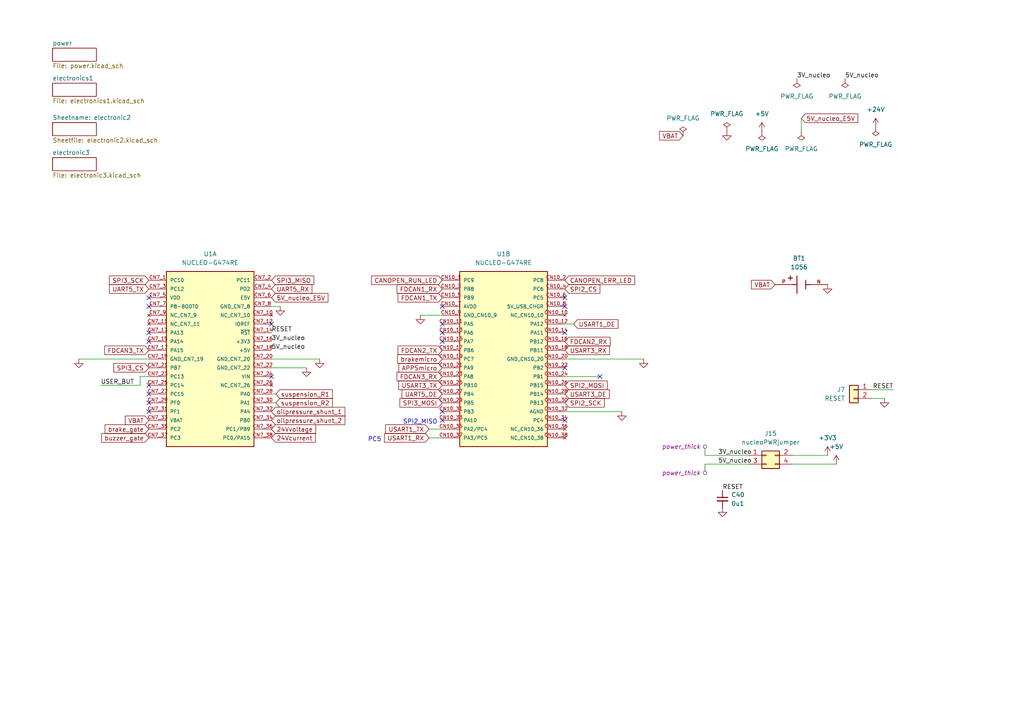
<source format=kicad_sch>
(kicad_sch (version 20230121) (generator eeschema)
  (paper "A4")
  (title_block (title "rear box nucleo board 1") (date "2024-07-22") (rev "3.0") (company "NTURacing") (comment 1 "郭哲明") (comment 2 "Electrical group"))
  (lib_symbols
    (symbol "Connector_Generic:Conn_01x02" (pin_names (offset 1.016) hide)
      (property "Reference" "J" (at 0 2.54 0))
      (property "Value" "Conn_01x02" (at 0 -5.08 0))
      (symbol "Conn_01x02_1_1"
        (rectangle (start -1.27 -2.413) (end 0 -2.667) (stroke (width 0.1524)))
        (rectangle (start -1.27 0.127) (end 0 -0.127) (stroke (width 0.1524)))
        (rectangle (start -1.27 1.27) (end 1.27 -3.81) (stroke (width 0.254)) (fill (type background)))
        (pin passive line (at -5.08 0 0) (length 3.81) (name "Pin_1") (number "1"))
        (pin passive line (at -5.08 -2.54 0) (length 3.81) (name "Pin_2") (number "2"))
      )
    )
    (symbol "Connector_Generic:Conn_02x02_Odd_Even" (pin_names (offset 1.016) hide)
      (property "Reference" "J" (at 1.27 2.54 0))
      (property "Value" "Conn_02x02_Odd_Even" (at 1.27 -5.08 0))
      (symbol "Conn_02x02_Odd_Even_1_1"
        (rectangle (start -1.27 -2.413) (end 0 -2.667) (stroke (width 0.1524)))
        (rectangle (start -1.27 0.127) (end 0 -0.127) (stroke (width 0.1524)))
        (rectangle (start -1.27 1.27) (end 3.81 -3.81) (stroke (width 0.254)) (fill (type background)))
        (rectangle (start 3.81 -2.413) (end 2.54 -2.667) (stroke (width 0.1524)))
        (rectangle (start 3.81 0.127) (end 2.54 -0.127) (stroke (width 0.1524)))
        (pin passive line (at -5.08 0 0) (length 3.81) (name "Pin_1") (number "1"))
        (pin passive line (at 7.62 0 180) (length 3.81) (name "Pin_2") (number "2"))
        (pin passive line (at -5.08 -2.54 0) (length 3.81) (name "Pin_3") (number "3"))
        (pin passive line (at 7.62 -2.54 180) (length 3.81) (name "Pin_4") (number "4"))
      )
    )
    (symbol "Device:C_Small" (pin_numbers hide) (pin_names (offset 0.254) hide)
      (property "Reference" "C" (at 0.254 1.778 0))
      (property "Value" "C_Small" (at 0.254 -2.032 0))
      (symbol "C_Small_0_1"
        (polyline (pts (xy -1.524 -0.508) (xy 1.524 -0.508)) (stroke (width 0.3302)))
        (polyline (pts (xy -1.524 0.508) (xy 1.524 0.508)) (stroke (width 0.3048)))
      )
      (symbol "C_Small_1_1"
        (pin passive line (at 0 2.54 270) (length 2.032) (name "~") (number "1"))
        (pin passive line (at 0 -2.54 90) (length 2.032) (name "~") (number "2"))
      )
    )
    (symbol "NUCLEO-G474RE_1" (pin_names (offset 1.016))
      (property "Reference" "U" (at -10.16 25.527 0))
      (property "Value" "NUCLEO-G474RE" (at -12.065 -27.94 0))
      (symbol "NUCLEO-G474RE_1_1_0"
        (unit_name "CN7")
        (rectangle (start -12.7 25.4) (end 12.7 -25.4) (stroke (width 0.254)) (fill (type background)))
        (pin bidirectional line (at -17.78 22.86 0) (length 5.08) (name "PC10") (number "CN7_1"))
        (pin no_connect line (at 17.78 12.7 180) (length 5.08) (name "NC_CN7_10") (number "CN7_10"))
        (pin no_connect line (at -17.78 10.16 0) (length 5.08) (name "NC_CN7_11") (number "CN7_11"))
        (pin input line (at 17.78 10.16 180) (length 5.08) (name "IOREF") (number "CN7_12"))
        (pin bidirectional line (at -17.78 7.62 0) (length 5.08) (name "PA13") (number "CN7_13"))
        (pin bidirectional line (at 17.78 7.62 180) (length 5.08) (name "~{RST}") (number "CN7_14"))
        (pin bidirectional line (at -17.78 5.08 0) (length 5.08) (name "PA14") (number "CN7_15"))
        (pin power_in line (at 17.78 5.08 180) (length 5.08) (name "+3V3") (number "CN7_16"))
        (pin bidirectional line (at -17.78 2.54 0) (length 5.08) (name "PA15") (number "CN7_17"))
        (pin power_in line (at 17.78 2.54 180) (length 5.08) (name "+5V") (number "CN7_18"))
        (pin power_in line (at -17.78 0 0) (length 5.08) (name "GND_CN7_19") (number "CN7_19"))
        (pin bidirectional line (at 17.78 22.86 180) (length 5.08) (name "PC11") (number "CN7_2"))
        (pin power_in line (at 17.78 0 180) (length 5.08) (name "GND_CN7_20") (number "CN7_20"))
        (pin bidirectional line (at -17.78 -2.54 0) (length 5.08) (name "PB7") (number "CN7_21"))
        (pin power_in line (at 17.78 -2.54 180) (length 5.08) (name "GND_CN7_22") (number "CN7_22"))
        (pin bidirectional line (at -17.78 -5.08 0) (length 5.08) (name "PC13") (number "CN7_23"))
        (pin power_in line (at 17.78 -5.08 180) (length 5.08) (name "VIN") (number "CN7_24"))
        (pin bidirectional line (at -17.78 -7.62 0) (length 5.08) (name "PC14") (number "CN7_25"))
        (pin no_connect line (at 17.78 -7.62 180) (length 5.08) (name "NC_CN7_26") (number "CN7_26"))
        (pin bidirectional line (at -17.78 -10.16 0) (length 5.08) (name "PC15") (number "CN7_27"))
        (pin bidirectional line (at 17.78 -10.16 180) (length 5.08) (name "PA0") (number "CN7_28"))
        (pin bidirectional line (at -17.78 -12.7 0) (length 5.08) (name "PF0") (number "CN7_29"))
        (pin bidirectional line (at -17.78 20.32 0) (length 5.08) (name "PC12") (number "CN7_3"))
        (pin bidirectional line (at 17.78 -12.7 180) (length 5.08) (name "PA1") (number "CN7_30"))
        (pin bidirectional line (at -17.78 -15.24 0) (length 5.08) (name "PF1") (number "CN7_31"))
        (pin bidirectional line (at 17.78 -15.24 180) (length 5.08) (name "PA4") (number "CN7_32"))
        (pin power_in line (at -17.78 -17.78 0) (length 5.08) (name "VBAT") (number "CN7_33"))
        (pin bidirectional line (at 17.78 -17.78 180) (length 5.08) (name "PB0") (number "CN7_34"))
        (pin bidirectional line (at -17.78 -20.32 0) (length 5.08) (name "PC2") (number "CN7_35"))
        (pin bidirectional line (at 17.78 -20.32 180) (length 5.08) (name "PC1/PB9") (number "CN7_36"))
        (pin bidirectional line (at -17.78 -22.86 0) (length 5.08) (name "PC3") (number "CN7_37"))
        (pin bidirectional line (at 17.78 -22.86 180) (length 5.08) (name "PC0/PA15") (number "CN7_38"))
        (pin bidirectional line (at 17.78 20.32 180) (length 5.08) (name "PD2") (number "CN7_4"))
        (pin power_in line (at -17.78 17.78 0) (length 5.08) (name "VDD") (number "CN7_5"))
        (pin power_in line (at 17.78 17.78 180) (length 5.08) (name "E5V") (number "CN7_6"))
        (pin bidirectional line (at -17.78 15.24 0) (length 5.08) (name "P8-BOOT0") (number "CN7_7"))
        (pin power_in line (at 17.78 15.24 180) (length 5.08) (name "GND_CN7_8") (number "CN7_8"))
        (pin no_connect line (at -17.78 12.7 0) (length 5.08) (name "NC_CN7_9") (number "CN7_9"))
      )
      (symbol "NUCLEO-G474RE_1_2_0"
        (unit_name "CN10")
        (rectangle (start -12.7 25.4) (end 12.7 -25.4) (stroke (width 0.254)) (fill (type background)))
        (pin bidirectional line (at -17.78 22.86 0) (length 5.08) (name "PC9") (number "CN10_1"))
        (pin no_connect line (at 17.78 12.7 180) (length 5.08) (name "NC_CN10_10") (number "CN10_10"))
        (pin bidirectional line (at -17.78 10.16 0) (length 5.08) (name "PA5") (number "CN10_11"))
        (pin bidirectional line (at 17.78 10.16 180) (length 5.08) (name "PA12") (number "CN10_12"))
        (pin bidirectional line (at -17.78 7.62 0) (length 5.08) (name "PA6") (number "CN10_13"))
        (pin bidirectional line (at 17.78 7.62 180) (length 5.08) (name "PA11") (number "CN10_14"))
        (pin bidirectional line (at -17.78 5.08 0) (length 5.08) (name "PA7") (number "CN10_15"))
        (pin bidirectional line (at 17.78 5.08 180) (length 5.08) (name "PB12") (number "CN10_16"))
        (pin bidirectional line (at -17.78 2.54 0) (length 5.08) (name "PB6") (number "CN10_17"))
        (pin bidirectional line (at 17.78 2.54 180) (length 5.08) (name "PB11") (number "CN10_18"))
        (pin bidirectional line (at -17.78 0 0) (length 5.08) (name "PC7") (number "CN10_19"))
        (pin bidirectional line (at 17.78 22.86 180) (length 5.08) (name "PC8") (number "CN10_2"))
        (pin power_in line (at 17.78 0 180) (length 5.08) (name "GND_CN10_20") (number "CN10_20"))
        (pin bidirectional line (at -17.78 -2.54 0) (length 5.08) (name "PA9") (number "CN10_21"))
        (pin bidirectional line (at 17.78 -2.54 180) (length 5.08) (name "PB2") (number "CN10_22"))
        (pin bidirectional line (at -17.78 -5.08 0) (length 5.08) (name "PA8") (number "CN10_23"))
        (pin bidirectional line (at 17.78 -5.08 180) (length 5.08) (name "PB1") (number "CN10_24"))
        (pin bidirectional line (at -17.78 -7.62 0) (length 5.08) (name "PB10") (number "CN10_25"))
        (pin bidirectional line (at 17.78 -7.62 180) (length 5.08) (name "PB15") (number "CN10_26"))
        (pin bidirectional line (at -17.78 -10.16 0) (length 5.08) (name "PB4") (number "CN10_27"))
        (pin bidirectional line (at 17.78 -10.16 180) (length 5.08) (name "PB14") (number "CN10_28"))
        (pin bidirectional line (at -17.78 -12.7 0) (length 5.08) (name "PB5") (number "CN10_29"))
        (pin bidirectional line (at -17.78 20.32 0) (length 5.08) (name "PB8") (number "CN10_3"))
        (pin bidirectional line (at 17.78 -12.7 180) (length 5.08) (name "PB13") (number "CN10_30"))
        (pin bidirectional line (at -17.78 -15.24 0) (length 5.08) (name "PB3") (number "CN10_31"))
        (pin power_in line (at 17.78 -15.24 180) (length 5.08) (name "AGND") (number "CN10_32"))
        (pin bidirectional line (at -17.78 -17.78 0) (length 5.08) (name "PA10") (number "CN10_33"))
        (pin bidirectional line (at 17.78 -17.78 180) (length 5.08) (name "PC4") (number "CN10_34"))
        (pin bidirectional line (at -17.78 -20.32 0) (length 5.08) (name "PA2/PC4") (number "CN10_35"))
        (pin no_connect line (at 17.78 -20.32 180) (length 5.08) (name "NC_CN10_36") (number "CN10_36"))
        (pin bidirectional line (at -17.78 -22.86 0) (length 5.08) (name "PA3/PC5") (number "CN10_37"))
        (pin no_connect line (at 17.78 -22.86 180) (length 5.08) (name "NC_CN10_38") (number "CN10_38"))
        (pin bidirectional line (at 17.78 20.32 180) (length 5.08) (name "PC6") (number "CN10_4"))
        (pin bidirectional line (at -17.78 17.78 0) (length 5.08) (name "PB9") (number "CN10_5"))
        (pin bidirectional line (at 17.78 17.78 180) (length 5.08) (name "PC5") (number "CN10_6"))
        (pin power_in line (at -17.78 15.24 0) (length 5.08) (name "AVDD") (number "CN10_7"))
        (pin power_in line (at 17.78 15.24 180) (length 5.08) (name "5V_USB_CHGR") (number "CN10_8"))
        (pin power_in line (at -17.78 12.7 0) (length 5.08) (name "GND_CN10_9") (number "CN10_9"))
      )
    )
    (symbol "nturt_kicad_lib:1056" (pin_names (offset 1.016))
      (property "Reference" "BT" (at -3.81 3.81 0))
      (property "Value" "1056" (at -3.81 -5.08 0))
      (symbol "1056_0_0"
        (polyline (pts (xy -3.81 1.905) (xy -2.54 1.905)) (stroke (width 0.254)))
        (polyline (pts (xy -3.175 2.54) (xy -3.175 1.27)) (stroke (width 0.254)))
        (polyline (pts (xy -1.27 0) (xy -2.54 0)) (stroke (width 0.254)))
        (polyline (pts (xy -1.27 0) (xy -1.27 -2.54)) (stroke (width 0.254)))
        (polyline (pts (xy -1.27 2.54) (xy -1.27 0)) (stroke (width 0.254)))
        (polyline (pts (xy 1.27 0) (xy 1.27 -1.27)) (stroke (width 0.254)))
        (polyline (pts (xy 1.27 0) (xy 2.54 0)) (stroke (width 0.254)))
        (polyline (pts (xy 1.27 1.27) (xy 1.27 0)) (stroke (width 0.254)))
        (pin passive line (at 7.62 0 180) (length 5.08) (name "~") (number "N"))
        (pin passive line (at -7.62 0 0) (length 5.08) (name "~") (number "P"))
      )
    )
    (symbol "nturt_kicad_lib:NUCLEO-G474RE" (pin_names (offset 1.016))
      (property "Reference" "U" (at -10.16 25.527 0))
      (property "Value" "NUCLEO-G474RE" (at -12.065 -27.94 0))
      (symbol "NUCLEO-G474RE_1_0"
        (unit_name "CN7")
        (rectangle (start -12.7 25.4) (end 12.7 -25.4) (stroke (width 0.254)) (fill (type background)))
        (pin bidirectional line (at -17.78 22.86 0) (length 5.08) (name "PC10") (number "CN7_1"))
        (pin no_connect line (at 17.78 12.7 180) (length 5.08) (name "NC_CN7_10") (number "CN7_10"))
        (pin no_connect line (at -17.78 10.16 0) (length 5.08) (name "NC_CN7_11") (number "CN7_11"))
        (pin input line (at 17.78 10.16 180) (length 5.08) (name "IOREF") (number "CN7_12"))
        (pin bidirectional line (at -17.78 7.62 0) (length 5.08) (name "PA13") (number "CN7_13"))
        (pin bidirectional line (at 17.78 7.62 180) (length 5.08) (name "~{RST}") (number "CN7_14"))
        (pin bidirectional line (at -17.78 5.08 0) (length 5.08) (name "PA14") (number "CN7_15"))
        (pin power_in line (at 17.78 5.08 180) (length 5.08) (name "+3V3") (number "CN7_16"))
        (pin bidirectional line (at -17.78 2.54 0) (length 5.08) (name "PA15") (number "CN7_17"))
        (pin power_in line (at 17.78 2.54 180) (length 5.08) (name "+5V") (number "CN7_18"))
        (pin power_in line (at -17.78 0 0) (length 5.08) (name "GND_CN7_19") (number "CN7_19"))
        (pin bidirectional line (at 17.78 22.86 180) (length 5.08) (name "PC11") (number "CN7_2"))
        (pin power_in line (at 17.78 0 180) (length 5.08) (name "GND_CN7_20") (number "CN7_20"))
        (pin bidirectional line (at -17.78 -2.54 0) (length 5.08) (name "PB7") (number "CN7_21"))
        (pin power_in line (at 17.78 -2.54 180) (length 5.08) (name "GND_CN7_22") (number "CN7_22"))
        (pin bidirectional line (at -17.78 -5.08 0) (length 5.08) (name "PC13") (number "CN7_23"))
        (pin power_in line (at 17.78 -5.08 180) (length 5.08) (name "VIN") (number "CN7_24"))
        (pin bidirectional line (at -17.78 -7.62 0) (length 5.08) (name "PC14") (number "CN7_25"))
        (pin no_connect line (at 17.78 -7.62 180) (length 5.08) (name "NC_CN7_26") (number "CN7_26"))
        (pin bidirectional line (at -17.78 -10.16 0) (length 5.08) (name "PC15") (number "CN7_27"))
        (pin bidirectional line (at 17.78 -10.16 180) (length 5.08) (name "PA0") (number "CN7_28"))
        (pin bidirectional line (at -17.78 -12.7 0) (length 5.08) (name "PF0") (number "CN7_29"))
        (pin bidirectional line (at -17.78 20.32 0) (length 5.08) (name "PC12") (number "CN7_3"))
        (pin bidirectional line (at 17.78 -12.7 180) (length 5.08) (name "PA1") (number "CN7_30"))
        (pin bidirectional line (at -17.78 -15.24 0) (length 5.08) (name "PF1") (number "CN7_31"))
        (pin bidirectional line (at 17.78 -15.24 180) (length 5.08) (name "PA4") (number "CN7_32"))
        (pin power_in line (at -17.78 -17.78 0) (length 5.08) (name "VBAT") (number "CN7_33"))
        (pin bidirectional line (at 17.78 -17.78 180) (length 5.08) (name "PB0") (number "CN7_34"))
        (pin bidirectional line (at -17.78 -20.32 0) (length 5.08) (name "PC2") (number "CN7_35"))
        (pin bidirectional line (at 17.78 -20.32 180) (length 5.08) (name "PC1/PB9") (number "CN7_36"))
        (pin bidirectional line (at -17.78 -22.86 0) (length 5.08) (name "PC3") (number "CN7_37"))
        (pin bidirectional line (at 17.78 -22.86 180) (length 5.08) (name "PC0/PA15") (number "CN7_38"))
        (pin bidirectional line (at 17.78 20.32 180) (length 5.08) (name "PD2") (number "CN7_4"))
        (pin power_in line (at -17.78 17.78 0) (length 5.08) (name "VDD") (number "CN7_5"))
        (pin power_in line (at 17.78 17.78 180) (length 5.08) (name "E5V") (number "CN7_6"))
        (pin bidirectional line (at -17.78 15.24 0) (length 5.08) (name "P8-BOOT0") (number "CN7_7"))
        (pin power_in line (at 17.78 15.24 180) (length 5.08) (name "GND_CN7_8") (number "CN7_8"))
        (pin no_connect line (at -17.78 12.7 0) (length 5.08) (name "NC_CN7_9") (number "CN7_9"))
      )
      (symbol "NUCLEO-G474RE_2_0"
        (unit_name "CN10")
        (rectangle (start -12.7 25.4) (end 12.7 -25.4) (stroke (width 0.254)) (fill (type background)))
        (pin bidirectional line (at -17.78 22.86 0) (length 5.08) (name "PC9") (number "CN10_1"))
        (pin no_connect line (at 17.78 12.7 180) (length 5.08) (name "NC_CN10_10") (number "CN10_10"))
        (pin bidirectional line (at -17.78 10.16 0) (length 5.08) (name "PA5") (number "CN10_11"))
        (pin bidirectional line (at 17.78 10.16 180) (length 5.08) (name "PA12") (number "CN10_12"))
        (pin bidirectional line (at -17.78 7.62 0) (length 5.08) (name "PA6") (number "CN10_13"))
        (pin bidirectional line (at 17.78 7.62 180) (length 5.08) (name "PA11") (number "CN10_14"))
        (pin bidirectional line (at -17.78 5.08 0) (length 5.08) (name "PA7") (number "CN10_15"))
        (pin bidirectional line (at 17.78 5.08 180) (length 5.08) (name "PB12") (number "CN10_16"))
        (pin bidirectional line (at -17.78 2.54 0) (length 5.08) (name "PB6") (number "CN10_17"))
        (pin bidirectional line (at 17.78 2.54 180) (length 5.08) (name "PB11") (number "CN10_18"))
        (pin bidirectional line (at -17.78 0 0) (length 5.08) (name "PC7") (number "CN10_19"))
        (pin bidirectional line (at 17.78 22.86 180) (length 5.08) (name "PC8") (number "CN10_2"))
        (pin power_in line (at 17.78 0 180) (length 5.08) (name "GND_CN10_20") (number "CN10_20"))
        (pin bidirectional line (at -17.78 -2.54 0) (length 5.08) (name "PA9") (number "CN10_21"))
        (pin bidirectional line (at 17.78 -2.54 180) (length 5.08) (name "PB2") (number "CN10_22"))
        (pin bidirectional line (at -17.78 -5.08 0) (length 5.08) (name "PA8") (number "CN10_23"))
        (pin bidirectional line (at 17.78 -5.08 180) (length 5.08) (name "PB1") (number "CN10_24"))
        (pin bidirectional line (at -17.78 -7.62 0) (length 5.08) (name "PB10") (number "CN10_25"))
        (pin bidirectional line (at 17.78 -7.62 180) (length 5.08) (name "PB15") (number "CN10_26"))
        (pin bidirectional line (at -17.78 -10.16 0) (length 5.08) (name "PB4") (number "CN10_27"))
        (pin bidirectional line (at 17.78 -10.16 180) (length 5.08) (name "PB14") (number "CN10_28"))
        (pin bidirectional line (at -17.78 -12.7 0) (length 5.08) (name "PB5") (number "CN10_29"))
        (pin bidirectional line (at -17.78 20.32 0) (length 5.08) (name "PB8") (number "CN10_3"))
        (pin bidirectional line (at 17.78 -12.7 180) (length 5.08) (name "PB13") (number "CN10_30"))
        (pin bidirectional line (at -17.78 -15.24 0) (length 5.08) (name "PB3") (number "CN10_31"))
        (pin power_in line (at 17.78 -15.24 180) (length 5.08) (name "AGND") (number "CN10_32"))
        (pin bidirectional line (at -17.78 -17.78 0) (length 5.08) (name "PA10") (number "CN10_33"))
        (pin bidirectional line (at 17.78 -17.78 180) (length 5.08) (name "PC4") (number "CN10_34"))
        (pin bidirectional line (at -17.78 -20.32 0) (length 5.08) (name "PA2/PC4") (number "CN10_35"))
        (pin no_connect line (at 17.78 -20.32 180) (length 5.08) (name "NC_CN10_36") (number "CN10_36"))
        (pin bidirectional line (at -17.78 -22.86 0) (length 5.08) (name "PA3/PC5") (number "CN10_37"))
        (pin no_connect line (at 17.78 -22.86 180) (length 5.08) (name "NC_CN10_38") (number "CN10_38"))
        (pin bidirectional line (at 17.78 20.32 180) (length 5.08) (name "PC6") (number "CN10_4"))
        (pin bidirectional line (at -17.78 17.78 0) (length 5.08) (name "PB9") (number "CN10_5"))
        (pin bidirectional line (at 17.78 17.78 180) (length 5.08) (name "PC5") (number "CN10_6"))
        (pin power_in line (at -17.78 15.24 0) (length 5.08) (name "AVDD") (number "CN10_7"))
        (pin power_in line (at 17.78 15.24 180) (length 5.08) (name "5V_USB_CHGR") (number "CN10_8"))
        (pin power_in line (at -17.78 12.7 0) (length 5.08) (name "GND_CN10_9") (number "CN10_9"))
      )
    )
    (symbol "power:+24V" (power) (pin_names (offset 0))
      (property "Value" "+24V" (at 0 3.556 0))
      (symbol "+24V_0_1"
        (polyline (pts (xy -0.762 1.27) (xy 0 2.54)))
        (polyline (pts (xy 0 0) (xy 0 2.54)))
        (polyline (pts (xy 0 2.54) (xy 0.762 1.27)))
      )
      (symbol "+24V_1_1"
        (pin power_in line (at 0 0 90) (length 0) hide (name "+24V") (number "1"))
      )
    )
    (symbol "power:+3V3" (power) (pin_names (offset 0))
      (property "Value" "+3V3" (at 0 3.556 0))
      (symbol "+3V3_0_1"
        (polyline (pts (xy -0.762 1.27) (xy 0 2.54)))
        (polyline (pts (xy 0 0) (xy 0 2.54)))
        (polyline (pts (xy 0 2.54) (xy 0.762 1.27)))
      )
      (symbol "+3V3_1_1"
        (pin power_in line (at 0 0 90) (length 0) hide (name "+3V3") (number "1"))
      )
    )
    (symbol "power:+5V" (power) (pin_names (offset 0))
      (property "Value" "+5V" (at 0 3.556 0))
      (symbol "+5V_0_1"
        (polyline (pts (xy -0.762 1.27) (xy 0 2.54)))
        (polyline (pts (xy 0 0) (xy 0 2.54)))
        (polyline (pts (xy 0 2.54) (xy 0.762 1.27)))
      )
      (symbol "+5V_1_1"
        (pin power_in line (at 0 0 90) (length 0) hide (name "+5V") (number "1"))
      )
    )
    (symbol "power:GND" (power) (pin_names (offset 0))
      (property "Value" "GND" (at 0 -3.81 0))
      (symbol "GND_0_1"
        (polyline (pts (xy 0 0) (xy 0 -1.27) (xy 1.27 -1.27) (xy 0 -2.54) (xy -1.27 -1.27) (xy 0 -1.27)))
      )
      (symbol "GND_1_1"
        (pin power_in line (at 0 0 270) (length 0) hide (name "GND") (number "1"))
      )
    )
    (symbol "power:PWR_FLAG" (power) (pin_numbers hide) (pin_names (offset 0) hide)
      (property "Value" "PWR_FLAG" (at 0 3.81 0))
      (symbol "PWR_FLAG_0_0"
        (pin power_out line (at 0 0 90) (length 0) (name "pwr") (number "1"))
      )
      (symbol "PWR_FLAG_0_1"
        (polyline (pts (xy 0 0) (xy 0 1.27) (xy -1.016 1.905) (xy 0 2.54) (xy 1.016 1.905) (xy 0 1.27)))
      )
    )
  )
  (no_connect (at 43.18 111.76))
  (no_connect (at 163.83 96.52))
  (no_connect (at 43.18 88.9))
  (no_connect (at 128.27 121.92))
  (no_connect (at 43.18 119.38))
  (no_connect (at 128.27 88.9))
  (no_connect (at 78.74 109.22))
  (no_connect (at 163.83 106.68))
  (no_connect (at 163.83 121.92))
  (no_connect (at 43.18 99.06))
  (no_connect (at 43.18 86.36))
  (no_connect (at 163.83 86.36))
  (no_connect (at 173.99 109.22))
  (no_connect (at 128.27 96.52))
  (no_connect (at 163.83 88.9))
  (no_connect (at 43.18 96.52))
  (no_connect (at 78.74 93.98))
  (no_connect (at 128.27 99.06))
  (no_connect (at 43.18 114.3))
  (no_connect (at 128.27 93.98))
  (no_connect (at 43.18 116.84))
  (no_connect (at 128.27 119.38))
  (wire (pts (xy 173.99 109.22) (xy 163.83 109.22)))
  (wire (pts (xy 242.57 134.62) (xy 229.87 134.62)))
  (wire (pts (xy 204.47 134.62) (xy 217.17 134.62)))
  (wire (pts (xy 204.47 132.08) (xy 217.17 132.08)))
  (wire (pts (xy 40.64 111.76) (xy 40.64 109.22)))
  (wire (pts (xy 80.01 116.84) (xy 78.74 116.84)))
  (wire (pts (xy 166.37 93.98) (xy 163.83 93.98)))
  (wire (pts (xy 252.73 113.03) (xy 259.08 113.03)))
  (wire (pts (xy 40.64 109.22) (xy 43.18 109.22)))
  (wire (pts (xy 22.86 104.14) (xy 43.18 104.14)))
  (wire (pts (xy 124.46 127) (xy 128.27 127)))
  (wire (pts (xy 240.03 132.08) (xy 229.87 132.08)))
  (wire (pts (xy 180.34 119.38) (xy 163.83 119.38)))
  (wire (pts (xy 121.92 91.44) (xy 128.27 91.44)))
  (wire (pts (xy 232.41 38.1) (xy 232.41 34.29)))
  (wire (pts (xy 124.46 124.46) (xy 128.27 124.46)))
  (wire (pts (xy 92.71 104.14) (xy 78.74 104.14)))
  (wire (pts (xy 80.01 114.3) (xy 78.74 114.3)))
  (wire (pts (xy 81.28 88.9) (xy 78.74 88.9)))
  (wire (pts (xy 88.9 106.68) (xy 78.74 106.68)))
  (wire (pts (xy 252.73 115.57) (xy 256.54 115.57)))
  (wire (pts (xy 186.69 104.14) (xy 163.83 104.14)))
  (wire (pts (xy 29.21 111.76) (xy 40.64 111.76)))
  (text "PC5" (at 106.68 128.27 0) (effects (font (size 1.27 1.27)) (justify left bottom)))
  (text "SPI2_MISO" (at 116.84 123.19 0) (effects (font (size 1.27 1.27)) (justify left bottom)))
  (label "3V_nucleo" (at 208.28 132.08 0))
  (label "RESET" (at 209.55 142.24 0))
  (label "RESET" (at 78.74 96.52 0))
  (label "3V_nucleo" (at 78.74 99.06 0))
  (label "5V_nucleo" (at 208.28 134.62 0))
  (label "5V_nucleo" (at 78.74 101.6 0))
  (label "3V_nucleo" (at 231.14 22.86 0))
  (label "5V_nucleo" (at 245.11 22.86 0))
  (label "RESET" (at 259.08 113.03 180))
  (label "USER_BUT" (at 29.21 111.76 0))
  (global_label "SPI3_MISO" (shape input) (at 78.74 81.28 0) (property "Intersheetrefs" "${INTERSHEET_REFS}" (effects hide)))
  (global_label "suspension_R2" (shape input) (at 80.01 116.84 0) (property "Intersheetrefs" "${INTERSHEET_REFS}" (effects hide)))
  (global_label "FDCAN2_TX" (shape input) (at 128.27 101.6 180) (property "Intersheetrefs" "${INTERSHEET_REFS}" (effects hide)))
  (global_label "24Vvoltage" (shape input) (at 78.74 124.46 0) (property "Intersheetrefs" "${INTERSHEET_REFS}" (effects hide)))
  (global_label "APPSmicro" (shape input) (at 128.27 106.68 180) (property "Intersheetrefs" "${INTERSHEET_REFS}" (effects hide)))
  (global_label "USART1_TX" (shape input) (at 124.46 124.46 180) (property "Intersheetrefs" "${INTERSHEET_REFS}" (effects hide)))
  (global_label "CANOPEN_ERR_LED" (shape input) (at 163.83 81.28 0) (property "Intersheetrefs" "${INTERSHEET_REFS}" (effects hide)))
  (global_label "FDCAN2_RX" (shape input) (at 163.83 99.06 0) (property "Intersheetrefs" "${INTERSHEET_REFS}" (effects hide)))
  (global_label "buzzer_gate" (shape input) (at 43.18 127 180) (property "Intersheetrefs" "${INTERSHEET_REFS}" (effects hide)))
  (global_label "UART5_RX" (shape input) (at 78.74 83.82 0) (property "Intersheetrefs" "${INTERSHEET_REFS}" (effects hide)))
  (global_label "oilpressure_shunt_1" (shape input) (at 78.74 119.38 0) (property "Intersheetrefs" "${INTERSHEET_REFS}" (effects hide)))
  (global_label "SPI3_CS" (shape input) (at 43.18 106.68 180) (property "Intersheetrefs" "${INTERSHEET_REFS}" (effects hide)))
  (global_label "5V_nucleo_E5V" (shape input) (at 232.41 34.29 0) (property "Intersheetrefs" "${INTERSHEET_REFS}" (effects hide)))
  (global_label "UART5_TX" (shape input) (at 43.18 83.82 180) (property "Intersheetrefs" "${INTERSHEET_REFS}" (effects hide)))
  (global_label "USART1_RX" (shape input) (at 124.46 127 180) (property "Intersheetrefs" "${INTERSHEET_REFS}" (effects hide)))
  (global_label "UART5_DE" (shape input) (at 128.27 114.3 180) (property "Intersheetrefs" "${INTERSHEET_REFS}" (effects hide)))
  (global_label "brake_gate" (shape input) (at 43.18 124.46 180) (property "Intersheetrefs" "${INTERSHEET_REFS}" (effects hide)))
  (global_label "SPI3_SCK" (shape input) (at 43.18 81.28 180) (property "Intersheetrefs" "${INTERSHEET_REFS}" (effects hide)))
  (global_label "5V_nucleo_E5V" (shape input) (at 78.74 86.36 0) (property "Intersheetrefs" "${INTERSHEET_REFS}" (effects hide)))
  (global_label "24Vcurrent" (shape input) (at 78.74 127 0) (property "Intersheetrefs" "${INTERSHEET_REFS}" (effects hide)))
  (global_label "CANOPEN_RUN_LED" (shape input) (at 128.27 81.28 180) (property "Intersheetrefs" "${INTERSHEET_REFS}" (effects hide)))
  (global_label "SPI3_MOSI" (shape input) (at 128.27 116.84 180) (property "Intersheetrefs" "${INTERSHEET_REFS}" (effects hide)))
  (global_label "USART1_DE" (shape input) (at 166.37 93.98 0) (property "Intersheetrefs" "${INTERSHEET_REFS}" (effects hide)))
  (global_label "USART3_DE" (shape input) (at 163.83 114.3 0) (property "Intersheetrefs" "${INTERSHEET_REFS}" (effects hide)))
  (global_label "brakemicro" (shape input) (at 128.27 104.14 180) (property "Intersheetrefs" "${INTERSHEET_REFS}" (effects hide)))
  (global_label "FDCAN3_TX" (shape input) (at 43.18 101.6 180) (property "Intersheetrefs" "${INTERSHEET_REFS}" (effects hide)))
  (global_label "USART3_TX" (shape input) (at 128.27 111.76 180) (property "Intersheetrefs" "${INTERSHEET_REFS}" (effects hide)))
  (global_label "SPI2_SCK" (shape input) (at 163.83 116.84 0) (property "Intersheetrefs" "${INTERSHEET_REFS}" (effects hide)))
  (global_label "suspension_R1" (shape input) (at 80.01 114.3 0) (property "Intersheetrefs" "${INTERSHEET_REFS}" (effects hide)))
  (global_label "FDCAN1_RX" (shape input) (at 128.27 83.82 180) (property "Intersheetrefs" "${INTERSHEET_REFS}" (effects hide)))
  (global_label "oilpressure_shunt_2" (shape input) (at 78.74 121.92 0) (property "Intersheetrefs" "${INTERSHEET_REFS}" (effects hide)))
  (global_label "VBAT" (shape input) (at 198.12 39.37 180) (property "Intersheetrefs" "${INTERSHEET_REFS}" (effects hide)))
  (global_label "FDCAN1_TX" (shape input) (at 128.27 86.36 180) (property "Intersheetrefs" "${INTERSHEET_REFS}" (effects hide)))
  (global_label "USART3_RX" (shape input) (at 163.83 101.6 0) (property "Intersheetrefs" "${INTERSHEET_REFS}" (effects hide)))
  (global_label "VBAT" (shape input) (at 224.79 82.55 180) (property "Intersheetrefs" "${INTERSHEET_REFS}" (effects hide)))
  (global_label "SPI2_MOSI" (shape input) (at 163.83 111.76 0) (property "Intersheetrefs" "${INTERSHEET_REFS}" (effects hide)))
  (global_label "FDCAN3_RX" (shape input) (at 128.27 109.22 180) (property "Intersheetrefs" "${INTERSHEET_REFS}" (effects hide)))
  (global_label "VBAT" (shape input) (at 43.18 121.92 180) (property "Intersheetrefs" "${INTERSHEET_REFS}" (effects hide)))
  (global_label "SPI2_CS" (shape input) (at 163.83 83.82 0) (property "Intersheetrefs" "${INTERSHEET_REFS}" (effects hide)))
  (netclass_flag "" (length 2.54) (shape round) (at 204.47 132.08 0) (property "Netclass" "power_thick" (at 203.2 129.54 0) (effects (font italic) (justify right))))
  (netclass_flag "" (length 2.54) (shape round) (at 204.47 134.62 180) (property "Netclass" "power_thick" (at 203.2 137.16 0) (effects (font italic) (justify right))))
  (symbol (lib_id "power:+5V") (at 242.57 134.62 0) (unit 1)
    (property "Reference" "#PWR014" (effects hide))
    (property "Value" "+5V" (at 242.57 129.54 0))
  )
  (symbol (lib_id "power:GND") (at 92.71 104.14 0) (unit 1)
    (property "Reference" "#PWR016" (effects hide))
    (property "Value" "GND" (effects hide))
  )
  (symbol (lib_id "power:PWR_FLAG") (at 232.41 38.1 0) (mirror x) (unit 1)
    (property "Reference" "#FLG06" (effects hide))
    (property "Value" "PWR_FLAG" (at 232.41 43.18 0))
  )
  (symbol (lib_name "NUCLEO-G474RE_1") (lib_id "nturt_kicad_lib:NUCLEO-G474RE") (at 60.96 104.14 0) (unit 1)
    (property "Reference" "U1" (at 60.96 73.66 0))
    (property "Value" "NUCLEO-G474RE" (at 60.96 76.2 0))
    (property "Footprint" "nturt_kicad_lib:MODULE_NUCLEO-G474RE" (effects hide))
    (property "MF" "STMicroelectronics" (effects hide))
    (property "MAXIMUM_PACKAGE_HEIGHT" "20.7mm" (effects hide))
    (property "Package" "None" (effects hide))
    (property "Price" "None" (effects hide))
    (property "Check_prices" "https://www.snapeda.com/parts/NUCLEO-G474RE/STMicroelectronics/view-part/?ref=eda" (effects hide))
    (property "STANDARD" "Manufacturer Recommendations" (effects hide))
    (property "PARTREV" "17" (effects hide))
    (property "SnapEDA_Link" "https://www.snapeda.com/parts/NUCLEO-G474RE/STMicroelectronics/view-part/?ref=snap" (effects hide))
    (property "MP" "NUCLEO-G474RE" (effects hide))
    (property "Purchase-URL" "https://www.snapeda.com/api/url_track_click_mouser/?unipart_id=3662258&manufacturer=STMicroelectronics&part_name=NUCLEO-G474RE&search_term=None" (effects hide))
    (property "Description" "\nSTM32G474 Nucleo-64 STM32G4 ARM® Cortex®-M4 MCU 32-Bit Embedded Evaluation Board\n" (effects hide))
    (property "Availability" "In Stock" (effects hide))
    (property "MANUFACTURER" "STmicroelectronics" (effects hide))
  )
  (symbol (lib_id "power:PWR_FLAG") (at 210.82 38.1 0) (unit 1)
    (property "Reference" "#FLG04" (effects hide))
    (property "Value" "PWR_FLAG" (at 210.82 33.02 0))
  )
  (symbol (lib_id "power:+24V") (at 254 36.83 0) (unit 1)
    (property "Reference" "#PWR01" (effects hide))
    (property "Value" "+24V" (at 254 31.75 0))
  )
  (symbol (lib_id "nturt_kicad_lib:1056") (at 232.41 82.55 0) (unit 1)
    (property "Reference" "BT1" (at 231.775 74.93 0))
    (property "Value" "1056" (at 231.775 77.47 0))
    (property "Footprint" "nturt_kicad_lib:BAT_1056" (effects hide))
    (property "PARTREV" "D" (effects hide))
    (property "STANDARD" "Manufacturer Recommendations" (effects hide))
    (property "SNAPEDA_PN" "1056" (effects hide))
    (property "MAXIMUM_PACKAGE_HEIGHT" "3.99mm" (effects hide))
    (property "MANUFACTURER" "Keystone" (effects hide))
  )
  (symbol (lib_id "power:PWR_FLAG") (at 231.14 22.86 0) (mirror x) (unit 1)
    (property "Reference" "#FLG01" (effects hide))
    (property "Value" "PWR_FLAG" (at 231.14 27.94 0))
  )
  (symbol (lib_id "power:PWR_FLAG") (at 198.12 39.37 0) (unit 1)
    (property "Reference" "#FLG07" (effects hide))
    (property "Value" "PWR_FLAG" (at 198.12 34.29 0))
  )
  (symbol (lib_id "power:GND") (at 210.82 38.1 0) (unit 1)
    (property "Reference" "#PWR02" (effects hide))
    (property "Value" "GND" (effects hide))
  )
  (symbol (lib_id "power:GND") (at 81.28 88.9 0) (unit 1)
    (property "Reference" "#PWR012" (effects hide))
    (property "Value" "GND" (effects hide))
  )
  (symbol (lib_id "Device:C_Small") (at 209.55 144.78 0) (unit 1)
    (property "Reference" "C40" (at 212.09 143.5163 0) (effects (justify left)))
    (property "Value" "0u1" (at 212.09 146.0563 0) (effects (justify left)))
    (property "Footprint" "Capacitor_SMD:C_0603_1608Metric" (effects hide))
  )
  (symbol (lib_id "power:+5V") (at 220.98 38.1 0) (unit 1)
    (property "Reference" "#PWR03" (effects hide))
    (property "Value" "+5V" (at 220.98 33.02 0))
  )
  (symbol (lib_id "power:PWR_FLAG") (at 254 36.83 0) (mirror x) (unit 1)
    (property "Reference" "#FLG03" (effects hide))
    (property "Value" "PWR_FLAG" (at 254 41.91 0))
  )
  (symbol (lib_id "power:GND") (at 240.03 82.55 0) (unit 1)
    (property "Reference" "#PWR011" (effects hide))
    (property "Value" "GND" (effects hide))
  )
  (symbol (lib_id "power:GND") (at 22.86 104.14 0) (unit 1)
    (property "Reference" "#PWR015" (effects hide))
    (property "Value" "GND" (effects hide))
  )
  (symbol (lib_id "Connector_Generic:Conn_02x02_Odd_Even") (at 222.25 132.08 0) (unit 1)
    (property "Reference" "J15" (at 223.52 125.73 0))
    (property "Value" "nucleoPWRjumper" (at 223.52 128.27 0))
    (property "Footprint" "Connector_PinHeader_2.54mm:PinHeader_2x02_P2.54mm_Vertical" (effects hide))
  )
  (symbol (lib_id "power:GND") (at 180.34 119.38 0) (unit 1)
    (property "Reference" "#PWR020" (effects hide))
    (property "Value" "GND" (effects hide))
  )
  (symbol (lib_id "power:PWR_FLAG") (at 245.11 22.86 0) (mirror x) (unit 1)
    (property "Reference" "#FLG02" (effects hide))
    (property "Value" "PWR_FLAG" (at 245.11 27.94 0))
  )
  (symbol (lib_id "power:+3V3") (at 240.03 132.08 0) (unit 1)
    (property "Reference" "#PWR08" (effects hide))
    (property "Value" "+3V3" (at 240.03 127 0))
  )
  (symbol (lib_id "power:GND") (at 209.55 147.32 0) (unit 1)
    (property "Reference" "#PWR0159" (effects hide))
    (property "Value" "GND" (effects hide))
  )
  (symbol (lib_id "nturt_kicad_lib:NUCLEO-G474RE") (at 146.05 104.14 0) (unit 2)
    (property "Reference" "U1" (at 146.05 73.66 0))
    (property "Value" "NUCLEO-G474RE" (at 146.05 76.2 0))
    (property "Footprint" "nturt_kicad_lib:MODULE_NUCLEO-G474RE" (effects hide))
    (property "MF" "STMicroelectronics" (effects hide))
    (property "MAXIMUM_PACKAGE_HEIGHT" "20.7mm" (effects hide))
    (property "Package" "None" (effects hide))
    (property "Price" "None" (effects hide))
    (property "Check_prices" "https://www.snapeda.com/parts/NUCLEO-G474RE/STMicroelectronics/view-part/?ref=eda" (effects hide))
    (property "STANDARD" "Manufacturer Recommendations" (effects hide))
    (property "PARTREV" "17" (effects hide))
    (property "SnapEDA_Link" "https://www.snapeda.com/parts/NUCLEO-G474RE/STMicroelectronics/view-part/?ref=snap" (effects hide))
    (property "MP" "NUCLEO-G474RE" (effects hide))
    (property "Purchase-URL" "https://www.snapeda.com/api/url_track_click_mouser/?unipart_id=3662258&manufacturer=STMicroelectronics&part_name=NUCLEO-G474RE&search_term=None" (effects hide))
    (property "Description" "\nSTM32G474 Nucleo-64 STM32G4 ARM® Cortex®-M4 MCU 32-Bit Embedded Evaluation Board\n" (effects hide))
    (property "Availability" "In Stock" (effects hide))
    (property "MANUFACTURER" "STmicroelectronics" (effects hide))
  )
  (symbol (lib_id "power:GND") (at 256.54 115.57 0) (unit 1)
    (property "Reference" "#PWR07" (effects hide))
    (property "Value" "GND" (effects hide))
  )
  (symbol (lib_id "power:GND") (at 186.69 104.14 0) (unit 1)
    (property "Reference" "#PWR017" (effects hide))
    (property "Value" "GND" (effects hide))
  )
  (symbol (lib_id "power:GND") (at 121.92 91.44 0) (unit 1)
    (property "Reference" "#PWR013" (effects hide))
    (property "Value" "GND" (effects hide))
  )
  (symbol (lib_id "Connector_Generic:Conn_01x02") (at 247.65 113.03 0) (mirror y) (unit 1)
    (property "Reference" "J7" (at 245.11 113.03 0) (effects (justify left)))
    (property "Value" "RESET" (at 245.11 115.57 0) (effects (justify left)))
    (property "Footprint" "Connector_JST:JST_XH_B2B-XH-A_1x02_P2.50mm_Vertical" (effects hide))
  )
  (symbol (lib_id "power:PWR_FLAG") (at 220.98 38.1 0) (mirror x) (unit 1)
    (property "Reference" "#FLG05" (effects hide))
    (property "Value" "PWR_FLAG" (at 220.98 43.18 0))
  )
  (symbol (lib_id "power:GND") (at 88.9 106.68 0) (unit 1)
    (property "Reference" "#PWR018" (effects hide))
    (property "Value" "GND" (effects hide))
  )
  (sheet (at 15.24 45.72) (size 12.7 3.81) (stroke (width 0.1524))
    (property "Sheetname" "electronic3" (at 15.24 45.0084 0) (effects (justify left bottom)))
    (property "Sheetfile" "electronic3.kicad_sch" (at 15.24 50.1146 0) (effects (justify left top)))
  )
  (sheet (at 15.24 35.56) (size 12.7 3.81) (stroke (width 0.1524))
    (property "Sheetname" "electronic2" (at 15.24 34.8484 0) (show_name) (effects (justify left bottom)))
    (property "Sheetfile" "electronic2.kicad_sch" (at 15.24 39.9546 0) (show_name) (effects (justify left top)))
  )
  (sheet (at 15.24 13.97) (size 12.7 3.81) (stroke (width 0.1524))
    (property "Sheetname" "power" (at 15.24 13.2584 0) (effects (justify left bottom)))
    (property "Sheetfile" "power.kicad_sch" (at 15.24 18.3646 0) (effects (justify left top)))
  )
  (sheet (at 15.24 24.13) (size 12.7 3.81) (stroke (width 0.1524))
    (property "Sheetname" "electronics1" (at 15.24 23.4184 0) (effects (justify left bottom)))
    (property "Sheetfile" "electronics1.kicad_sch" (at 15.24 28.5246 0) (effects (justify left top)))
  )
)
</source>
